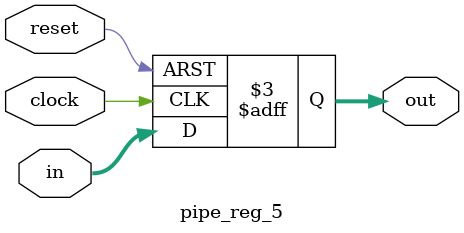
<source format=v>
module pipe_reg_5(
	input [4:0] in,
    input clock,
	input reset,
	output reg [4:0]out
	);
 
	always @(posedge clock,negedge reset) 
	begin
		if(!reset)
			out <= 5'b00000;
		else 
			out <= in;
	end
endmodule 
</source>
